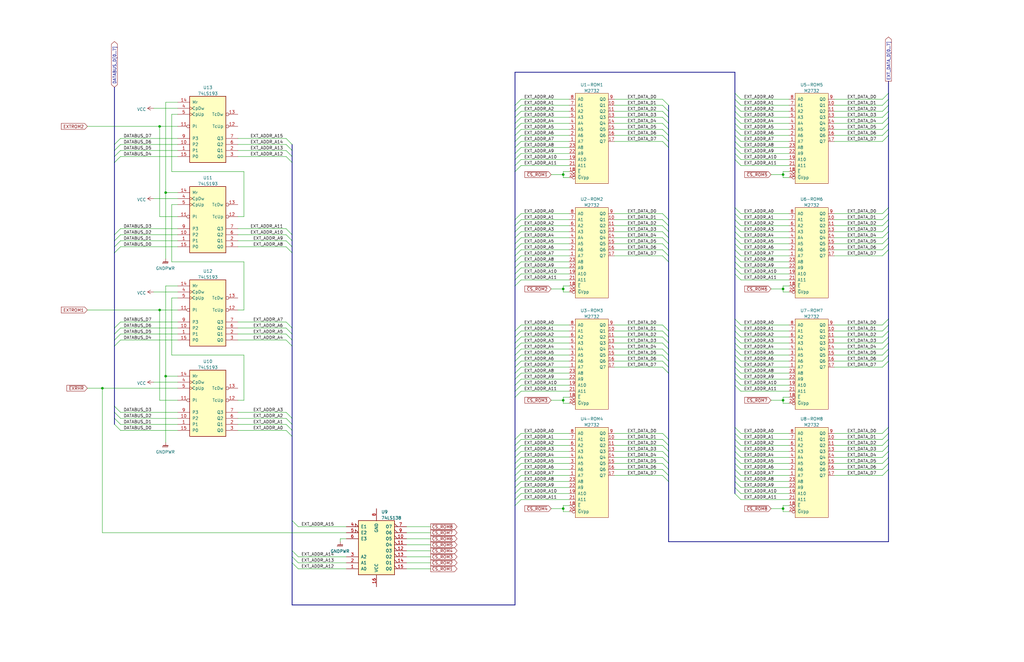
<source format=kicad_sch>
(kicad_sch (version 20230121) (generator eeschema)
  (paper "B")
  (title_block (title "TAITO SYSTEM SJ") (company "ANTON GALE"))
  (junction (at 43.18 163.83))
  (junction (at 237.49 73.66))
  (junction (at 69.85 158.75))
  (junction (at 67.31 130.81))
  (junction (at 330.2 121.92))
  (junction (at 67.31 53.34))
  (junction (at 330.2 73.66))
  (junction (at 237.49 168.91))
  (junction (at 237.49 214.63))
  (junction (at 330.2 168.91))
  (junction (at 237.49 121.92))
  (junction (at 69.85 81.28))
  (junction (at 330.2 214.63))
  (bus_entry (at 372.11 182.88) (size 2.54 -2.54))
  (bus_entry (at 372.11 92.71) (size 2.54 -2.54))
  (bus_entry (at 279.4 185.42) (size 2.54 2.54))
  (bus_entry (at 312.42 46.99) (size -2.54 -2.54))
  (bus_entry (at 50.8 176.53) (size -2.54 -2.54))
  (bus_entry (at 50.8 63.5) (size -2.54 2.54))
  (bus_entry (at 219.71 97.79) (size -2.54 2.54))
  (bus_entry (at 120.65 135.89) (size 2.54 2.54))
  (bus_entry (at 372.11 154.94) (size 2.54 -2.54))
  (bus_entry (at 372.11 95.25) (size 2.54 -2.54))
  (bus_entry (at 279.4 137.16) (size 2.54 2.54))
  (bus_entry (at 279.4 102.87) (size 2.54 2.54))
  (bus_entry (at 219.71 44.45) (size -2.54 2.54))
  (bus_entry (at 219.71 187.96) (size -2.54 2.54))
  (bus_entry (at 125.73 240.03) (size -2.54 -2.54))
  (bus_entry (at 50.8 101.6) (size -2.54 2.54))
  (bus_entry (at 312.42 102.87) (size -2.54 -2.54))
  (bus_entry (at 279.4 200.66) (size 2.54 2.54))
  (bus_entry (at 219.71 165.1) (size -2.54 2.54))
  (bus_entry (at 312.42 115.57) (size -2.54 -2.54))
  (bus_entry (at 312.42 52.07) (size -2.54 -2.54))
  (bus_entry (at 279.4 105.41) (size 2.54 2.54))
  (bus_entry (at 120.65 63.5) (size 2.54 2.54))
  (bus_entry (at 219.71 182.88) (size -2.54 2.54))
  (bus_entry (at 312.42 144.78) (size -2.54 -2.54))
  (bus_entry (at 219.71 113.03) (size -2.54 2.54))
  (bus_entry (at 50.8 99.06) (size -2.54 2.54))
  (bus_entry (at 279.4 193.04) (size 2.54 2.54))
  (bus_entry (at 312.42 113.03) (size -2.54 -2.54))
  (bus_entry (at 372.11 187.96) (size 2.54 -2.54))
  (bus_entry (at 120.65 181.61) (size 2.54 2.54))
  (bus_entry (at 312.42 69.85) (size -2.54 -2.54))
  (bus_entry (at 120.65 101.6) (size 2.54 2.54))
  (bus_entry (at 312.42 41.91) (size -2.54 -2.54))
  (bus_entry (at 312.42 67.31) (size -2.54 -2.54))
  (bus_entry (at 279.4 139.7) (size 2.54 2.54))
  (bus_entry (at 372.11 90.17) (size 2.54 -2.54))
  (bus_entry (at 50.8 58.42) (size -2.54 2.54))
  (bus_entry (at 312.42 49.53) (size -2.54 -2.54))
  (bus_entry (at 312.42 110.49) (size -2.54 -2.54))
  (bus_entry (at 50.8 138.43) (size -2.54 2.54))
  (bus_entry (at 312.42 210.82) (size -2.54 -2.54))
  (bus_entry (at 312.42 149.86) (size -2.54 -2.54))
  (bus_entry (at 312.42 154.94) (size -2.54 -2.54))
  (bus_entry (at 279.4 154.94) (size 2.54 2.54))
  (bus_entry (at 372.11 41.91) (size 2.54 -2.54))
  (bus_entry (at 219.71 139.7) (size -2.54 2.54))
  (bus_entry (at 219.71 157.48) (size -2.54 2.54))
  (bus_entry (at 312.42 137.16) (size -2.54 -2.54))
  (bus_entry (at 50.8 140.97) (size -2.54 2.54))
  (bus_entry (at 372.11 198.12) (size 2.54 -2.54))
  (bus_entry (at 312.42 200.66) (size -2.54 -2.54))
  (bus_entry (at 219.71 195.58) (size -2.54 2.54))
  (bus_entry (at 312.42 92.71) (size -2.54 -2.54))
  (bus_entry (at 312.42 95.25) (size -2.54 -2.54))
  (bus_entry (at 372.11 59.69) (size 2.54 -2.54))
  (bus_entry (at 372.11 52.07) (size 2.54 -2.54))
  (bus_entry (at 312.42 139.7) (size -2.54 -2.54))
  (bus_entry (at 219.71 62.23) (size -2.54 2.54))
  (bus_entry (at 219.71 105.41) (size -2.54 2.54))
  (bus_entry (at 279.4 147.32) (size 2.54 2.54))
  (bus_entry (at 312.42 193.04) (size -2.54 -2.54))
  (bus_entry (at 279.4 59.69) (size 2.54 2.54))
  (bus_entry (at 50.8 60.96) (size -2.54 2.54))
  (bus_entry (at 50.8 143.51) (size -2.54 2.54))
  (bus_entry (at 372.11 100.33) (size 2.54 -2.54))
  (bus_entry (at 312.42 190.5) (size -2.54 -2.54))
  (bus_entry (at 219.71 210.82) (size -2.54 2.54))
  (bus_entry (at 312.42 165.1) (size -2.54 -2.54))
  (bus_entry (at 372.11 142.24) (size 2.54 -2.54))
  (bus_entry (at 219.71 110.49) (size -2.54 2.54))
  (bus_entry (at 219.71 49.53) (size -2.54 2.54))
  (bus_entry (at 312.42 208.28) (size -2.54 -2.54))
  (bus_entry (at 312.42 187.96) (size -2.54 -2.54))
  (bus_entry (at 372.11 190.5) (size 2.54 -2.54))
  (bus_entry (at 50.8 173.99) (size -2.54 -2.54))
  (bus_entry (at 120.65 104.14) (size 2.54 2.54))
  (bus_entry (at 372.11 149.86) (size 2.54 -2.54))
  (bus_entry (at 120.65 140.97) (size 2.54 2.54))
  (bus_entry (at 372.11 57.15) (size 2.54 -2.54))
  (bus_entry (at 279.4 152.4) (size 2.54 2.54))
  (bus_entry (at 372.11 144.78) (size 2.54 -2.54))
  (bus_entry (at 312.42 107.95) (size -2.54 -2.54))
  (bus_entry (at 120.65 138.43) (size 2.54 2.54))
  (bus_entry (at 125.73 234.95) (size -2.54 -2.54))
  (bus_entry (at 372.11 107.95) (size 2.54 -2.54))
  (bus_entry (at 312.42 162.56) (size -2.54 -2.54))
  (bus_entry (at 312.42 195.58) (size -2.54 -2.54))
  (bus_entry (at 312.42 62.23) (size -2.54 -2.54))
  (bus_entry (at 279.4 149.86) (size 2.54 2.54))
  (bus_entry (at 312.42 57.15) (size -2.54 -2.54))
  (bus_entry (at 120.65 58.42) (size 2.54 2.54))
  (bus_entry (at 312.42 100.33) (size -2.54 -2.54))
  (bus_entry (at 219.71 107.95) (size -2.54 2.54))
  (bus_entry (at 372.11 195.58) (size 2.54 -2.54))
  (bus_entry (at 219.71 144.78) (size -2.54 2.54))
  (bus_entry (at 279.4 49.53) (size 2.54 2.54))
  (bus_entry (at 219.71 160.02) (size -2.54 2.54))
  (bus_entry (at 279.4 190.5) (size 2.54 2.54))
  (bus_entry (at 219.71 185.42) (size -2.54 2.54))
  (bus_entry (at 312.42 147.32) (size -2.54 -2.54))
  (bus_entry (at 120.65 179.07) (size 2.54 2.54))
  (bus_entry (at 219.71 95.25) (size -2.54 2.54))
  (bus_entry (at 219.71 203.2) (size -2.54 2.54))
  (bus_entry (at 279.4 100.33) (size 2.54 2.54))
  (bus_entry (at 120.65 176.53) (size 2.54 2.54))
  (bus_entry (at 372.11 185.42) (size 2.54 -2.54))
  (bus_entry (at 312.42 205.74) (size -2.54 -2.54))
  (bus_entry (at 312.42 105.41) (size -2.54 -2.54))
  (bus_entry (at 219.71 100.33) (size -2.54 2.54))
  (bus_entry (at 279.4 52.07) (size 2.54 2.54))
  (bus_entry (at 279.4 187.96) (size 2.54 2.54))
  (bus_entry (at 219.71 115.57) (size -2.54 2.54))
  (bus_entry (at 279.4 97.79) (size 2.54 2.54))
  (bus_entry (at 372.11 200.66) (size 2.54 -2.54))
  (bus_entry (at 372.11 44.45) (size 2.54 -2.54))
  (bus_entry (at 312.42 198.12) (size -2.54 -2.54))
  (bus_entry (at 219.71 198.12) (size -2.54 2.54))
  (bus_entry (at 120.65 96.52) (size 2.54 2.54))
  (bus_entry (at 372.11 49.53) (size 2.54 -2.54))
  (bus_entry (at 312.42 152.4) (size -2.54 -2.54))
  (bus_entry (at 219.71 193.04) (size -2.54 2.54))
  (bus_entry (at 312.42 90.17) (size -2.54 -2.54))
  (bus_entry (at 120.65 99.06) (size 2.54 2.54))
  (bus_entry (at 279.4 195.58) (size 2.54 2.54))
  (bus_entry (at 219.71 118.11) (size -2.54 2.54))
  (bus_entry (at 219.71 205.74) (size -2.54 2.54))
  (bus_entry (at 372.11 97.79) (size 2.54 -2.54))
  (bus_entry (at 312.42 157.48) (size -2.54 -2.54))
  (bus_entry (at 120.65 66.04) (size 2.54 2.54))
  (bus_entry (at 50.8 135.89) (size -2.54 2.54))
  (bus_entry (at 279.4 198.12) (size 2.54 2.54))
  (bus_entry (at 312.42 97.79) (size -2.54 -2.54))
  (bus_entry (at 219.71 200.66) (size -2.54 2.54))
  (bus_entry (at 50.8 179.07) (size -2.54 -2.54))
  (bus_entry (at 120.65 173.99) (size 2.54 2.54))
  (bus_entry (at 279.4 144.78) (size 2.54 2.54))
  (bus_entry (at 279.4 95.25) (size 2.54 2.54))
  (bus_entry (at 219.71 46.99) (size -2.54 2.54))
  (bus_entry (at 312.42 59.69) (size -2.54 -2.54))
  (bus_entry (at 372.11 105.41) (size 2.54 -2.54))
  (bus_entry (at 50.8 66.04) (size -2.54 2.54))
  (bus_entry (at 219.71 52.07) (size -2.54 2.54))
  (bus_entry (at 219.71 154.94) (size -2.54 2.54))
  (bus_entry (at 372.11 152.4) (size 2.54 -2.54))
  (bus_entry (at 219.71 90.17) (size -2.54 2.54))
  (bus_entry (at 219.71 190.5) (size -2.54 2.54))
  (bus_entry (at 50.8 96.52) (size -2.54 2.54))
  (bus_entry (at 219.71 102.87) (size -2.54 2.54))
  (bus_entry (at 219.71 54.61) (size -2.54 2.54))
  (bus_entry (at 219.71 147.32) (size -2.54 2.54))
  (bus_entry (at 279.4 182.88) (size 2.54 2.54))
  (bus_entry (at 279.4 57.15) (size 2.54 2.54))
  (bus_entry (at 312.42 203.2) (size -2.54 -2.54))
  (bus_entry (at 219.71 152.4) (size -2.54 2.54))
  (bus_entry (at 125.73 237.49) (size -2.54 -2.54))
  (bus_entry (at 50.8 181.61) (size -2.54 -2.54))
  (bus_entry (at 312.42 44.45) (size -2.54 -2.54))
  (bus_entry (at 219.71 149.86) (size -2.54 2.54))
  (bus_entry (at 312.42 160.02) (size -2.54 -2.54))
  (bus_entry (at 279.4 54.61) (size 2.54 2.54))
  (bus_entry (at 372.11 46.99) (size 2.54 -2.54))
  (bus_entry (at 279.4 142.24) (size 2.54 2.54))
  (bus_entry (at 312.42 142.24) (size -2.54 -2.54))
  (bus_entry (at 312.42 182.88) (size -2.54 -2.54))
  (bus_entry (at 279.4 107.95) (size 2.54 2.54))
  (bus_entry (at 372.11 139.7) (size 2.54 -2.54))
  (bus_entry (at 120.65 143.51) (size 2.54 2.54))
  (bus_entry (at 219.71 69.85) (size -2.54 2.54))
  (bus_entry (at 50.8 104.14) (size -2.54 2.54))
  (bus_entry (at 312.42 185.42) (size -2.54 -2.54))
  (bus_entry (at 279.4 44.45) (size 2.54 2.54))
  (bus_entry (at 219.71 64.77) (size -2.54 2.54))
  (bus_entry (at 279.4 41.91) (size 2.54 2.54))
  (bus_entry (at 279.4 90.17) (size 2.54 2.54))
  (bus_entry (at 372.11 137.16) (size 2.54 -2.54))
  (bus_entry (at 219.71 142.24) (size -2.54 2.54))
  (bus_entry (at 120.65 60.96) (size 2.54 2.54))
  (bus_entry (at 312.42 54.61) (size -2.54 -2.54))
  (bus_entry (at 219.71 57.15) (size -2.54 2.54))
  (bus_entry (at 279.4 92.71) (size 2.54 2.54))
  (bus_entry (at 219.71 92.71) (size -2.54 2.54))
  (bus_entry (at 279.4 46.99) (size 2.54 2.54))
  (bus_entry (at 372.11 102.87) (size 2.54 -2.54))
  (bus_entry (at 372.11 193.04) (size 2.54 -2.54))
  (bus_entry (at 125.73 222.25) (size -2.54 -2.54))
  (bus_entry (at 372.11 54.61) (size 2.54 -2.54))
  (bus_entry (at 219.71 208.28) (size -2.54 2.54))
  (bus_entry (at 372.11 147.32) (size 2.54 -2.54))
  (bus_entry (at 219.71 67.31) (size -2.54 2.54))
  (bus_entry (at 219.71 137.16) (size -2.54 2.54))
  (bus_entry (at 219.71 41.91) (size -2.54 2.54))
  (bus_entry (at 219.71 162.56) (size -2.54 2.54))
  (bus_entry (at 219.71 59.69) (size -2.54 2.54))
  (bus_entry (at 312.42 118.11) (size -2.54 -2.54))
  (bus_entry (at 312.42 64.77) (size -2.54 -2.54))
  (bus (pts (xy 217.17 208.28) (xy 217.17 210.82)))
  (wire (pts (xy 372.11 139.7) (xy 351.79 139.7)))
  (wire (pts (xy 237.49 74.93) (xy 240.03 74.93)))
  (bus (pts (xy 281.94 49.53) (xy 281.94 52.07)))
  (bus (pts (xy 48.26 104.14) (xy 48.26 106.68)))
  (bus (pts (xy 309.88 110.49) (xy 309.88 107.95)))
  (bus (pts (xy 217.17 64.77) (xy 217.17 67.31)))
  (wire (pts (xy 312.42 105.41) (xy 332.74 105.41)))
  (bus (pts (xy 123.19 143.51) (xy 123.19 146.05)))
  (wire (pts (xy 237.49 214.63) (xy 237.49 215.9)))
  (wire (pts (xy 219.71 144.78) (xy 240.03 144.78)))
  (wire (pts (xy 312.42 62.23) (xy 332.74 62.23)))
  (bus (pts (xy 281.94 154.94) (xy 281.94 157.48)))
  (bus (pts (xy 374.65 105.41) (xy 374.65 134.62)))
  (wire (pts (xy 312.42 115.57) (xy 332.74 115.57)))
  (bus (pts (xy 309.88 157.48) (xy 309.88 154.94)))
  (bus (pts (xy 217.17 190.5) (xy 217.17 193.04)))
  (wire (pts (xy 330.2 214.63) (xy 330.2 215.9)))
  (bus (pts (xy 309.88 102.87) (xy 309.88 100.33)))
  (wire (pts (xy 120.65 104.14) (xy 100.33 104.14)))
  (bus (pts (xy 217.17 195.58) (xy 217.17 198.12)))
  (wire (pts (xy 219.71 152.4) (xy 240.03 152.4)))
  (wire (pts (xy 67.31 130.81) (xy 74.93 130.81)))
  (wire (pts (xy 219.71 64.77) (xy 240.03 64.77)))
  (wire (pts (xy 50.8 104.14) (xy 74.93 104.14)))
  (wire (pts (xy 219.71 142.24) (xy 240.03 142.24)))
  (bus (pts (xy 374.65 95.25) (xy 374.65 97.79)))
  (bus (pts (xy 309.88 41.91) (xy 309.88 39.37)))
  (wire (pts (xy 232.41 73.66) (xy 237.49 73.66)))
  (wire (pts (xy 372.11 149.86) (xy 351.79 149.86)))
  (bus (pts (xy 374.65 185.42) (xy 374.65 182.88)))
  (wire (pts (xy 279.4 154.94) (xy 259.08 154.94)))
  (bus (pts (xy 123.19 68.58) (xy 123.19 99.06)))
  (wire (pts (xy 50.8 66.04) (xy 74.93 66.04)))
  (wire (pts (xy 219.71 118.11) (xy 240.03 118.11)))
  (wire (pts (xy 219.71 190.5) (xy 240.03 190.5)))
  (bus (pts (xy 309.88 152.4) (xy 309.88 149.86)))
  (wire (pts (xy 237.49 72.39) (xy 237.49 73.66)))
  (wire (pts (xy 219.71 165.1) (xy 240.03 165.1)))
  (bus (pts (xy 281.94 144.78) (xy 281.94 147.32)))
  (bus (pts (xy 374.65 52.07) (xy 374.65 54.61)))
  (bus (pts (xy 281.94 52.07) (xy 281.94 54.61)))
  (wire (pts (xy 279.4 182.88) (xy 259.08 182.88)))
  (wire (pts (xy 312.42 44.45) (xy 332.74 44.45)))
  (wire (pts (xy 171.45 237.49) (xy 181.61 237.49)))
  (bus (pts (xy 217.17 44.45) (xy 217.17 46.99)))
  (wire (pts (xy 325.12 214.63) (xy 330.2 214.63)))
  (wire (pts (xy 312.42 69.85) (xy 332.74 69.85)))
  (wire (pts (xy 312.42 160.02) (xy 332.74 160.02)))
  (wire (pts (xy 312.42 102.87) (xy 332.74 102.87)))
  (wire (pts (xy 279.4 54.61) (xy 259.08 54.61)))
  (wire (pts (xy 50.8 58.42) (xy 74.93 58.42)))
  (bus (pts (xy 217.17 203.2) (xy 217.17 205.74)))
  (bus (pts (xy 217.17 193.04) (xy 217.17 195.58)))
  (wire (pts (xy 219.71 67.31) (xy 240.03 67.31)))
  (wire (pts (xy 312.42 182.88) (xy 332.74 182.88)))
  (bus (pts (xy 123.19 138.43) (xy 123.19 140.97)))
  (wire (pts (xy 50.8 99.06) (xy 74.93 99.06)))
  (bus (pts (xy 309.88 147.32) (xy 309.88 144.78)))
  (wire (pts (xy 219.71 97.79) (xy 240.03 97.79)))
  (bus (pts (xy 309.88 205.74) (xy 309.88 203.2)))
  (wire (pts (xy 240.03 120.65) (xy 237.49 120.65)))
  (bus (pts (xy 217.17 115.57) (xy 217.17 118.11)))
  (wire (pts (xy 69.85 43.18) (xy 69.85 81.28)))
  (bus (pts (xy 217.17 154.94) (xy 217.17 157.48)))
  (bus (pts (xy 309.88 162.56) (xy 309.88 160.02)))
  (bus (pts (xy 217.17 54.61) (xy 217.17 57.15)))
  (wire (pts (xy 67.31 53.34) (xy 74.93 53.34)))
  (bus (pts (xy 217.17 152.4) (xy 217.17 154.94)))
  (wire (pts (xy 219.71 115.57) (xy 240.03 115.57)))
  (bus (pts (xy 374.65 187.96) (xy 374.65 185.42)))
  (wire (pts (xy 50.8 63.5) (xy 74.93 63.5)))
  (wire (pts (xy 240.03 167.64) (xy 237.49 167.64)))
  (wire (pts (xy 219.71 149.86) (xy 240.03 149.86)))
  (bus (pts (xy 309.88 100.33) (xy 309.88 97.79)))
  (wire (pts (xy 219.71 205.74) (xy 240.03 205.74)))
  (bus (pts (xy 217.17 147.32) (xy 217.17 149.86)))
  (wire (pts (xy 372.11 182.88) (xy 351.79 182.88)))
  (wire (pts (xy 102.87 72.39) (xy 102.87 91.44)))
  (bus (pts (xy 374.65 34.29) (xy 374.65 39.37)))
  (wire (pts (xy 69.85 158.75) (xy 74.93 158.75)))
  (bus (pts (xy 217.17 110.49) (xy 217.17 113.03)))
  (wire (pts (xy 330.2 215.9) (xy 332.74 215.9)))
  (wire (pts (xy 102.87 168.91) (xy 100.33 168.91)))
  (wire (pts (xy 219.71 200.66) (xy 240.03 200.66)))
  (wire (pts (xy 237.49 215.9) (xy 240.03 215.9)))
  (bus (pts (xy 309.88 62.23) (xy 309.88 59.69)))
  (wire (pts (xy 372.11 59.69) (xy 351.79 59.69)))
  (bus (pts (xy 281.94 185.42) (xy 281.94 187.96)))
  (bus (pts (xy 309.88 59.69) (xy 309.88 57.15)))
  (bus (pts (xy 217.17 210.82) (xy 217.17 213.36)))
  (bus (pts (xy 309.88 95.25) (xy 309.88 92.71)))
  (wire (pts (xy 312.42 118.11) (xy 332.74 118.11)))
  (bus (pts (xy 309.88 208.28) (xy 309.88 205.74)))
  (bus (pts (xy 281.94 152.4) (xy 281.94 154.94)))
  (wire (pts (xy 64.77 123.19) (xy 74.93 123.19)))
  (bus (pts (xy 48.26 63.5) (xy 48.26 66.04)))
  (bus (pts (xy 123.19 146.05) (xy 123.19 176.53)))
  (wire (pts (xy 219.71 46.99) (xy 240.03 46.99)))
  (wire (pts (xy 312.42 208.28) (xy 332.74 208.28)))
  (bus (pts (xy 309.88 190.5) (xy 309.88 187.96)))
  (wire (pts (xy 372.11 190.5) (xy 351.79 190.5)))
  (wire (pts (xy 279.4 190.5) (xy 259.08 190.5)))
  (wire (pts (xy 232.41 214.63) (xy 237.49 214.63)))
  (wire (pts (xy 219.71 102.87) (xy 240.03 102.87)))
  (wire (pts (xy 372.11 152.4) (xy 351.79 152.4)))
  (bus (pts (xy 281.94 228.6) (xy 374.65 228.6)))
  (bus (pts (xy 281.94 102.87) (xy 281.94 105.41)))
  (wire (pts (xy 312.42 46.99) (xy 332.74 46.99)))
  (bus (pts (xy 309.88 30.48) (xy 309.88 39.37)))
  (wire (pts (xy 64.77 83.82) (xy 74.93 83.82)))
  (wire (pts (xy 125.73 237.49) (xy 146.05 237.49)))
  (wire (pts (xy 219.71 182.88) (xy 240.03 182.88)))
  (wire (pts (xy 279.4 102.87) (xy 259.08 102.87)))
  (wire (pts (xy 219.71 147.32) (xy 240.03 147.32)))
  (wire (pts (xy 372.11 57.15) (xy 351.79 57.15)))
  (bus (pts (xy 123.19 255.27) (xy 123.19 237.49)))
  (wire (pts (xy 279.4 107.95) (xy 259.08 107.95)))
  (wire (pts (xy 372.11 52.07) (xy 351.79 52.07)))
  (wire (pts (xy 312.42 107.95) (xy 332.74 107.95)))
  (bus (pts (xy 123.19 232.41) (xy 123.19 234.95)))
  (wire (pts (xy 146.05 227.33) (xy 143.51 227.33)))
  (wire (pts (xy 312.42 205.74) (xy 332.74 205.74)))
  (wire (pts (xy 279.4 49.53) (xy 259.08 49.53)))
  (wire (pts (xy 279.4 41.91) (xy 259.08 41.91)))
  (wire (pts (xy 143.51 227.33) (xy 143.51 228.6)))
  (wire (pts (xy 237.49 213.36) (xy 237.49 214.63)))
  (bus (pts (xy 217.17 118.11) (xy 217.17 120.65)))
  (wire (pts (xy 240.03 72.39) (xy 237.49 72.39)))
  (wire (pts (xy 120.65 173.99) (xy 100.33 173.99)))
  (bus (pts (xy 374.65 100.33) (xy 374.65 102.87)))
  (bus (pts (xy 217.17 120.65) (xy 217.17 139.7)))
  (wire (pts (xy 120.65 179.07) (xy 100.33 179.07)))
  (bus (pts (xy 217.17 144.78) (xy 217.17 147.32)))
  (wire (pts (xy 330.2 213.36) (xy 330.2 214.63)))
  (bus (pts (xy 309.88 200.66) (xy 309.88 198.12)))
  (wire (pts (xy 279.4 152.4) (xy 259.08 152.4)))
  (wire (pts (xy 332.74 167.64) (xy 330.2 167.64)))
  (wire (pts (xy 50.8 143.51) (xy 74.93 143.51)))
  (wire (pts (xy 312.42 110.49) (xy 332.74 110.49)))
  (wire (pts (xy 36.83 163.83) (xy 43.18 163.83)))
  (wire (pts (xy 50.8 96.52) (xy 74.93 96.52)))
  (wire (pts (xy 125.73 240.03) (xy 146.05 240.03)))
  (wire (pts (xy 312.42 139.7) (xy 332.74 139.7)))
  (bus (pts (xy 374.65 39.37) (xy 374.65 41.91)))
  (wire (pts (xy 102.87 110.49) (xy 102.87 130.81)))
  (bus (pts (xy 374.65 87.63) (xy 374.65 90.17)))
  (wire (pts (xy 74.93 86.36) (xy 72.39 86.36)))
  (bus (pts (xy 123.19 255.27) (xy 217.17 255.27)))
  (wire (pts (xy 72.39 125.73) (xy 72.39 149.86)))
  (wire (pts (xy 219.71 157.48) (xy 240.03 157.48)))
  (wire (pts (xy 372.11 144.78) (xy 351.79 144.78)))
  (wire (pts (xy 372.11 147.32) (xy 351.79 147.32)))
  (bus (pts (xy 281.94 97.79) (xy 281.94 100.33)))
  (wire (pts (xy 219.71 208.28) (xy 240.03 208.28)))
  (bus (pts (xy 281.94 200.66) (xy 281.94 203.2)))
  (wire (pts (xy 171.45 222.25) (xy 181.61 222.25)))
  (wire (pts (xy 74.93 43.18) (xy 69.85 43.18)))
  (bus (pts (xy 48.26 66.04) (xy 48.26 68.58)))
  (wire (pts (xy 171.45 227.33) (xy 181.61 227.33)))
  (bus (pts (xy 281.94 59.69) (xy 281.94 62.23)))
  (bus (pts (xy 217.17 167.64) (xy 217.17 185.42)))
  (wire (pts (xy 312.42 203.2) (xy 332.74 203.2)))
  (wire (pts (xy 279.4 44.45) (xy 259.08 44.45)))
  (bus (pts (xy 374.65 90.17) (xy 374.65 92.71)))
  (bus (pts (xy 281.94 107.95) (xy 281.94 110.49)))
  (wire (pts (xy 72.39 110.49) (xy 102.87 110.49)))
  (wire (pts (xy 146.05 224.79) (xy 43.18 224.79)))
  (wire (pts (xy 325.12 121.92) (xy 330.2 121.92)))
  (wire (pts (xy 279.4 185.42) (xy 259.08 185.42)))
  (bus (pts (xy 281.94 142.24) (xy 281.94 144.78)))
  (wire (pts (xy 330.2 72.39) (xy 330.2 73.66)))
  (bus (pts (xy 48.26 106.68) (xy 48.26 138.43)))
  (wire (pts (xy 279.4 137.16) (xy 259.08 137.16)))
  (wire (pts (xy 372.11 198.12) (xy 351.79 198.12)))
  (wire (pts (xy 69.85 186.69) (xy 69.85 158.75)))
  (bus (pts (xy 309.88 57.15) (xy 309.88 54.61)))
  (wire (pts (xy 312.42 90.17) (xy 332.74 90.17)))
  (wire (pts (xy 312.42 95.25) (xy 332.74 95.25)))
  (wire (pts (xy 279.4 90.17) (xy 259.08 90.17)))
  (bus (pts (xy 48.26 99.06) (xy 48.26 101.6)))
  (wire (pts (xy 120.65 60.96) (xy 100.33 60.96)))
  (wire (pts (xy 219.71 198.12) (xy 240.03 198.12)))
  (bus (pts (xy 309.88 154.94) (xy 309.88 152.4)))
  (wire (pts (xy 372.11 142.24) (xy 351.79 142.24)))
  (bus (pts (xy 374.65 149.86) (xy 374.65 147.32)))
  (bus (pts (xy 217.17 160.02) (xy 217.17 162.56)))
  (wire (pts (xy 102.87 130.81) (xy 100.33 130.81)))
  (bus (pts (xy 309.88 193.04) (xy 309.88 190.5)))
  (wire (pts (xy 219.71 203.2) (xy 240.03 203.2)))
  (bus (pts (xy 217.17 185.42) (xy 217.17 187.96)))
  (wire (pts (xy 372.11 90.17) (xy 351.79 90.17)))
  (wire (pts (xy 50.8 60.96) (xy 74.93 60.96)))
  (bus (pts (xy 123.19 60.96) (xy 123.19 63.5)))
  (wire (pts (xy 219.71 52.07) (xy 240.03 52.07)))
  (wire (pts (xy 312.42 165.1) (xy 332.74 165.1)))
  (bus (pts (xy 281.94 187.96) (xy 281.94 190.5)))
  (wire (pts (xy 312.42 113.03) (xy 332.74 113.03)))
  (bus (pts (xy 217.17 57.15) (xy 217.17 59.69)))
  (wire (pts (xy 279.4 193.04) (xy 259.08 193.04)))
  (wire (pts (xy 279.4 46.99) (xy 259.08 46.99)))
  (bus (pts (xy 309.88 105.41) (xy 309.88 102.87)))
  (wire (pts (xy 279.4 105.41) (xy 259.08 105.41)))
  (wire (pts (xy 330.2 73.66) (xy 330.2 74.93)))
  (wire (pts (xy 219.71 44.45) (xy 240.03 44.45)))
  (wire (pts (xy 279.4 187.96) (xy 259.08 187.96)))
  (bus (pts (xy 374.65 139.7) (xy 374.65 137.16)))
  (wire (pts (xy 312.42 54.61) (xy 332.74 54.61)))
  (wire (pts (xy 232.41 121.92) (xy 237.49 121.92)))
  (wire (pts (xy 279.4 147.32) (xy 259.08 147.32)))
  (bus (pts (xy 309.88 52.07) (xy 309.88 49.53)))
  (bus (pts (xy 48.26 176.53) (xy 48.26 173.99)))
  (wire (pts (xy 102.87 149.86) (xy 102.87 168.91)))
  (bus (pts (xy 374.65 190.5) (xy 374.65 187.96)))
  (wire (pts (xy 312.42 152.4) (xy 332.74 152.4)))
  (bus (pts (xy 281.94 92.71) (xy 281.94 95.25)))
  (wire (pts (xy 102.87 91.44) (xy 100.33 91.44)))
  (wire (pts (xy 372.11 95.25) (xy 351.79 95.25)))
  (wire (pts (xy 120.65 135.89) (xy 100.33 135.89)))
  (wire (pts (xy 372.11 46.99) (xy 351.79 46.99)))
  (bus (pts (xy 217.17 52.07) (xy 217.17 54.61)))
  (bus (pts (xy 374.65 142.24) (xy 374.65 139.7)))
  (bus (pts (xy 309.88 107.95) (xy 309.88 105.41)))
  (bus (pts (xy 281.94 105.41) (xy 281.94 107.95)))
  (bus (pts (xy 123.19 219.71) (xy 123.19 232.41)))
  (wire (pts (xy 372.11 137.16) (xy 351.79 137.16)))
  (wire (pts (xy 279.4 100.33) (xy 259.08 100.33)))
  (bus (pts (xy 374.65 147.32) (xy 374.65 144.78)))
  (bus (pts (xy 217.17 205.74) (xy 217.17 208.28)))
  (wire (pts (xy 372.11 54.61) (xy 351.79 54.61)))
  (bus (pts (xy 123.19 181.61) (xy 123.19 184.15)))
  (bus (pts (xy 281.94 54.61) (xy 281.94 57.15)))
  (wire (pts (xy 50.8 138.43) (xy 74.93 138.43)))
  (wire (pts (xy 372.11 193.04) (xy 351.79 193.04)))
  (wire (pts (xy 219.71 54.61) (xy 240.03 54.61)))
  (wire (pts (xy 372.11 105.41) (xy 351.79 105.41)))
  (wire (pts (xy 330.2 121.92) (xy 330.2 123.19)))
  (bus (pts (xy 123.19 176.53) (xy 123.19 179.07)))
  (bus (pts (xy 309.88 113.03) (xy 309.88 110.49)))
  (bus (pts (xy 374.65 57.15) (xy 374.65 87.63)))
  (bus (pts (xy 281.94 44.45) (xy 281.94 46.99)))
  (wire (pts (xy 43.18 163.83) (xy 43.18 224.79)))
  (bus (pts (xy 281.94 157.48) (xy 281.94 185.42)))
  (wire (pts (xy 312.42 67.31) (xy 332.74 67.31)))
  (bus (pts (xy 309.88 185.42) (xy 309.88 182.88)))
  (wire (pts (xy 325.12 73.66) (xy 330.2 73.66)))
  (bus (pts (xy 217.17 69.85) (xy 217.17 72.39)))
  (bus (pts (xy 309.88 115.57) (xy 309.88 134.62)))
  (wire (pts (xy 332.74 120.65) (xy 330.2 120.65)))
  (bus (pts (xy 374.65 49.53) (xy 374.65 52.07)))
  (wire (pts (xy 69.85 109.22) (xy 69.85 81.28)))
  (wire (pts (xy 219.71 139.7) (xy 240.03 139.7)))
  (bus (pts (xy 217.17 165.1) (xy 217.17 167.64)))
  (wire (pts (xy 279.4 59.69) (xy 259.08 59.69)))
  (bus (pts (xy 217.17 95.25) (xy 217.17 97.79)))
  (wire (pts (xy 372.11 100.33) (xy 351.79 100.33)))
  (wire (pts (xy 232.41 168.91) (xy 237.49 168.91)))
  (bus (pts (xy 123.19 140.97) (xy 123.19 143.51)))
  (wire (pts (xy 171.45 229.87) (xy 181.61 229.87)))
  (bus (pts (xy 217.17 67.31) (xy 217.17 69.85)))
  (wire (pts (xy 74.93 91.44) (xy 67.31 91.44)))
  (wire (pts (xy 312.42 198.12) (xy 332.74 198.12)))
  (bus (pts (xy 374.65 46.99) (xy 374.65 49.53)))
  (bus (pts (xy 309.88 92.71) (xy 309.88 90.17)))
  (bus (pts (xy 217.17 213.36) (xy 217.17 255.27)))
  (bus (pts (xy 217.17 72.39) (xy 217.17 92.71)))
  (bus (pts (xy 48.26 173.99) (xy 48.26 171.45)))
  (wire (pts (xy 372.11 187.96) (xy 351.79 187.96)))
  (wire (pts (xy 120.65 143.51) (xy 100.33 143.51)))
  (wire (pts (xy 312.42 200.66) (xy 332.74 200.66)))
  (wire (pts (xy 312.42 52.07) (xy 332.74 52.07)))
  (wire (pts (xy 279.4 200.66) (xy 259.08 200.66)))
  (bus (pts (xy 281.94 57.15) (xy 281.94 59.69)))
  (wire (pts (xy 74.93 48.26) (xy 72.39 48.26)))
  (wire (pts (xy 372.11 195.58) (xy 351.79 195.58)))
  (wire (pts (xy 219.71 154.94) (xy 240.03 154.94)))
  (wire (pts (xy 312.42 41.91) (xy 332.74 41.91)))
  (bus (pts (xy 123.19 179.07) (xy 123.19 181.61)))
  (wire (pts (xy 36.83 130.81) (xy 67.31 130.81)))
  (wire (pts (xy 279.4 149.86) (xy 259.08 149.86)))
  (wire (pts (xy 332.74 72.39) (xy 330.2 72.39)))
  (wire (pts (xy 50.8 181.61) (xy 74.93 181.61)))
  (wire (pts (xy 237.49 168.91) (xy 237.49 170.18)))
  (wire (pts (xy 332.74 213.36) (xy 330.2 213.36)))
  (wire (pts (xy 330.2 168.91) (xy 330.2 170.18)))
  (wire (pts (xy 312.42 142.24) (xy 332.74 142.24)))
  (bus (pts (xy 217.17 97.79) (xy 217.17 100.33)))
  (wire (pts (xy 312.42 97.79) (xy 332.74 97.79)))
  (bus (pts (xy 309.88 182.88) (xy 309.88 180.34)))
  (bus (pts (xy 217.17 113.03) (xy 217.17 115.57)))
  (wire (pts (xy 69.85 120.65) (xy 69.85 158.75)))
  (wire (pts (xy 219.71 137.16) (xy 240.03 137.16)))
  (bus (pts (xy 217.17 46.99) (xy 217.17 49.53)))
  (wire (pts (xy 312.42 185.42) (xy 332.74 185.42)))
  (wire (pts (xy 120.65 58.42) (xy 100.33 58.42)))
  (bus (pts (xy 374.65 182.88) (xy 374.65 180.34)))
  (bus (pts (xy 217.17 92.71) (xy 217.17 95.25)))
  (wire (pts (xy 219.71 113.03) (xy 240.03 113.03)))
  (wire (pts (xy 219.71 100.33) (xy 240.03 100.33)))
  (bus (pts (xy 217.17 142.24) (xy 217.17 144.78)))
  (bus (pts (xy 309.88 142.24) (xy 309.88 139.7)))
  (bus (pts (xy 374.65 41.91) (xy 374.65 44.45)))
  (wire (pts (xy 72.39 149.86) (xy 102.87 149.86)))
  (wire (pts (xy 312.42 100.33) (xy 332.74 100.33)))
  (wire (pts (xy 120.65 96.52) (xy 100.33 96.52)))
  (bus (pts (xy 123.19 234.95) (xy 123.19 237.49)))
  (wire (pts (xy 219.71 195.58) (xy 240.03 195.58)))
  (wire (pts (xy 50.8 140.97) (xy 74.93 140.97)))
  (bus (pts (xy 48.26 36.83) (xy 48.26 60.96)))
  (bus (pts (xy 309.88 41.91) (xy 309.88 44.45)))
  (wire (pts (xy 219.71 62.23) (xy 240.03 62.23)))
  (bus (pts (xy 48.26 101.6) (xy 48.26 104.14)))
  (wire (pts (xy 219.71 41.91) (xy 240.03 41.91)))
  (bus (pts (xy 217.17 59.69) (xy 217.17 62.23)))
  (wire (pts (xy 372.11 102.87) (xy 351.79 102.87)))
  (bus (pts (xy 281.94 46.99) (xy 281.94 49.53)))
  (bus (pts (xy 374.65 137.16) (xy 374.65 134.62)))
  (bus (pts (xy 217.17 30.48) (xy 309.88 30.48)))
  (bus (pts (xy 374.65 193.04) (xy 374.65 190.5)))
  (wire (pts (xy 312.42 49.53) (xy 332.74 49.53)))
  (wire (pts (xy 237.49 73.66) (xy 237.49 74.93)))
  (bus (pts (xy 281.94 139.7) (xy 281.94 142.24)))
  (wire (pts (xy 240.03 213.36) (xy 237.49 213.36)))
  (wire (pts (xy 312.42 149.86) (xy 332.74 149.86)))
  (bus (pts (xy 123.19 99.06) (xy 123.19 101.6)))
  (bus (pts (xy 374.65 152.4) (xy 374.65 149.86)))
  (wire (pts (xy 330.2 120.65) (xy 330.2 121.92)))
  (bus (pts (xy 309.88 54.61) (xy 309.88 52.07)))
  (wire (pts (xy 120.65 140.97) (xy 100.33 140.97)))
  (bus (pts (xy 48.26 143.51) (xy 48.26 146.05)))
  (wire (pts (xy 120.65 138.43) (xy 100.33 138.43)))
  (wire (pts (xy 120.65 99.06) (xy 100.33 99.06)))
  (bus (pts (xy 309.88 187.96) (xy 309.88 185.42)))
  (bus (pts (xy 217.17 198.12) (xy 217.17 200.66)))
  (bus (pts (xy 309.88 160.02) (xy 309.88 157.48)))
  (bus (pts (xy 309.88 46.99) (xy 309.88 44.45)))
  (bus (pts (xy 123.19 63.5) (xy 123.19 66.04)))
  (wire (pts (xy 372.11 44.45) (xy 351.79 44.45)))
  (bus (pts (xy 217.17 30.48) (xy 217.17 44.45)))
  (bus (pts (xy 309.88 137.16) (xy 309.88 134.62)))
  (wire (pts (xy 219.71 49.53) (xy 240.03 49.53)))
  (wire (pts (xy 120.65 181.61) (xy 100.33 181.61)))
  (wire (pts (xy 72.39 48.26) (xy 72.39 72.39)))
  (wire (pts (xy 171.45 232.41) (xy 181.61 232.41)))
  (bus (pts (xy 281.94 62.23) (xy 281.94 92.71)))
  (bus (pts (xy 217.17 49.53) (xy 217.17 52.07)))
  (bus (pts (xy 281.94 110.49) (xy 281.94 139.7)))
  (wire (pts (xy 237.49 170.18) (xy 240.03 170.18)))
  (wire (pts (xy 312.42 59.69) (xy 332.74 59.69)))
  (wire (pts (xy 312.42 187.96) (xy 332.74 187.96)))
  (wire (pts (xy 50.8 135.89) (xy 74.93 135.89)))
  (bus (pts (xy 374.65 198.12) (xy 374.65 195.58)))
  (wire (pts (xy 219.71 59.69) (xy 240.03 59.69)))
  (wire (pts (xy 279.4 139.7) (xy 259.08 139.7)))
  (wire (pts (xy 312.42 157.48) (xy 332.74 157.48)))
  (bus (pts (xy 309.88 67.31) (xy 309.88 64.77)))
  (bus (pts (xy 374.65 144.78) (xy 374.65 142.24)))
  (wire (pts (xy 219.71 185.42) (xy 240.03 185.42)))
  (wire (pts (xy 171.45 224.79) (xy 181.61 224.79)))
  (wire (pts (xy 120.65 176.53) (xy 100.33 176.53)))
  (bus (pts (xy 281.94 203.2) (xy 281.94 228.6)))
  (bus (pts (xy 281.94 198.12) (xy 281.94 200.66)))
  (wire (pts (xy 312.42 154.94) (xy 332.74 154.94)))
  (bus (pts (xy 309.88 180.34) (xy 309.88 162.56)))
  (wire (pts (xy 69.85 81.28) (xy 74.93 81.28)))
  (wire (pts (xy 312.42 193.04) (xy 332.74 193.04)))
  (bus (pts (xy 217.17 107.95) (xy 217.17 110.49)))
  (wire (pts (xy 219.71 69.85) (xy 240.03 69.85)))
  (bus (pts (xy 374.65 198.12) (xy 374.65 228.6)))
  (wire (pts (xy 50.8 173.99) (xy 74.93 173.99)))
  (bus (pts (xy 123.19 106.68) (xy 123.19 138.43)))
  (wire (pts (xy 50.8 176.53) (xy 74.93 176.53)))
  (bus (pts (xy 123.19 66.04) (xy 123.19 68.58)))
  (wire (pts (xy 312.42 137.16) (xy 332.74 137.16)))
  (bus (pts (xy 217.17 105.41) (xy 217.17 107.95)))
  (wire (pts (xy 279.4 92.71) (xy 259.08 92.71)))
  (wire (pts (xy 219.71 193.04) (xy 240.03 193.04)))
  (wire (pts (xy 50.8 179.07) (xy 74.93 179.07)))
  (wire (pts (xy 312.42 190.5) (xy 332.74 190.5)))
  (wire (pts (xy 219.71 107.95) (xy 240.03 107.95)))
  (bus (pts (xy 48.26 179.07) (xy 48.26 176.53)))
  (bus (pts (xy 374.65 102.87) (xy 374.65 105.41)))
  (wire (pts (xy 312.42 92.71) (xy 332.74 92.71)))
  (bus (pts (xy 374.65 54.61) (xy 374.65 57.15)))
  (wire (pts (xy 312.42 210.82) (xy 332.74 210.82)))
  (wire (pts (xy 325.12 168.91) (xy 330.2 168.91)))
  (bus (pts (xy 309.88 203.2) (xy 309.88 200.66)))
  (wire (pts (xy 125.73 234.95) (xy 146.05 234.95)))
  (wire (pts (xy 219.71 162.56) (xy 240.03 162.56)))
  (bus (pts (xy 309.88 67.31) (xy 309.88 87.63)))
  (bus (pts (xy 309.88 144.78) (xy 309.88 142.24)))
  (wire (pts (xy 36.83 53.34) (xy 67.31 53.34)))
  (wire (pts (xy 372.11 107.95) (xy 351.79 107.95)))
  (bus (pts (xy 217.17 200.66) (xy 217.17 203.2)))
  (wire (pts (xy 43.18 163.83) (xy 74.93 163.83)))
  (bus (pts (xy 281.94 195.58) (xy 281.94 198.12)))
  (wire (pts (xy 219.71 92.71) (xy 240.03 92.71)))
  (bus (pts (xy 48.26 146.05) (xy 48.26 171.45)))
  (bus (pts (xy 309.88 49.53) (xy 309.88 46.99)))
  (wire (pts (xy 312.42 162.56) (xy 332.74 162.56)))
  (bus (pts (xy 281.94 100.33) (xy 281.94 102.87)))
  (bus (pts (xy 309.88 149.86) (xy 309.88 147.32)))
  (wire (pts (xy 219.71 110.49) (xy 240.03 110.49)))
  (bus (pts (xy 48.26 68.58) (xy 48.26 99.06)))
  (bus (pts (xy 48.26 140.97) (xy 48.26 143.51)))
  (wire (pts (xy 279.4 52.07) (xy 259.08 52.07)))
  (wire (pts (xy 72.39 86.36) (xy 72.39 110.49)))
  (wire (pts (xy 312.42 144.78) (xy 332.74 144.78)))
  (wire (pts (xy 372.11 154.94) (xy 351.79 154.94)))
  (wire (pts (xy 330.2 167.64) (xy 330.2 168.91)))
  (bus (pts (xy 217.17 162.56) (xy 217.17 165.1)))
  (wire (pts (xy 330.2 123.19) (xy 332.74 123.19)))
  (wire (pts (xy 237.49 167.64) (xy 237.49 168.91)))
  (bus (pts (xy 309.88 64.77) (xy 309.88 62.23)))
  (bus (pts (xy 217.17 102.87) (xy 217.17 105.41)))
  (wire (pts (xy 219.71 187.96) (xy 240.03 187.96)))
  (bus (pts (xy 309.88 139.7) (xy 309.88 137.16)))
  (bus (pts (xy 281.94 190.5) (xy 281.94 193.04)))
  (wire (pts (xy 67.31 53.34) (xy 67.31 91.44)))
  (wire (pts (xy 279.4 97.79) (xy 259.08 97.79)))
  (bus (pts (xy 48.26 138.43) (xy 48.26 140.97)))
  (wire (pts (xy 279.4 95.25) (xy 259.08 95.25)))
  (wire (pts (xy 312.42 147.32) (xy 332.74 147.32)))
  (wire (pts (xy 120.65 66.04) (xy 100.33 66.04)))
  (wire (pts (xy 125.73 222.25) (xy 146.05 222.25)))
  (wire (pts (xy 279.4 142.24) (xy 259.08 142.24)))
  (bus (pts (xy 48.26 60.96) (xy 48.26 63.5)))
  (wire (pts (xy 219.71 105.41) (xy 240.03 105.41)))
  (bus (pts (xy 374.65 92.71) (xy 374.65 95.25)))
  (bus (pts (xy 374.65 180.34) (xy 374.65 152.4)))
  (wire (pts (xy 330.2 74.93) (xy 332.74 74.93)))
  (wire (pts (xy 67.31 130.81) (xy 67.31 168.91)))
  (wire (pts (xy 279.4 144.78) (xy 259.08 144.78)))
  (bus (pts (xy 309.88 97.79) (xy 309.88 95.25)))
  (wire (pts (xy 219.71 57.15) (xy 240.03 57.15)))
  (bus (pts (xy 309.88 113.03) (xy 309.88 115.57)))
  (wire (pts (xy 372.11 92.71) (xy 351.79 92.71)))
  (bus (pts (xy 123.19 104.14) (xy 123.19 106.68)))
  (bus (pts (xy 374.65 97.79) (xy 374.65 100.33)))
  (wire (pts (xy 372.11 185.42) (xy 351.79 185.42)))
  (bus (pts (xy 281.94 147.32) (xy 281.94 149.86)))
  (wire (pts (xy 72.39 72.39) (xy 102.87 72.39)))
  (wire (pts (xy 237.49 121.92) (xy 237.49 123.19)))
  (bus (pts (xy 309.88 195.58) (xy 309.88 193.04)))
  (bus (pts (xy 217.17 139.7) (xy 217.17 142.24)))
  (bus (pts (xy 309.88 198.12) (xy 309.88 195.58)))
  (bus (pts (xy 309.88 90.17) (xy 309.88 87.63)))
  (wire (pts (xy 64.77 161.29) (xy 74.93 161.29)))
  (bus (pts (xy 281.94 193.04) (xy 281.94 195.58)))
  (wire (pts (xy 171.45 234.95) (xy 181.61 234.95)))
  (wire (pts (xy 237.49 120.65) (xy 237.49 121.92)))
  (bus (pts (xy 217.17 157.48) (xy 217.17 160.02)))
  (wire (pts (xy 312.42 64.77) (xy 332.74 64.77)))
  (wire (pts (xy 372.11 200.66) (xy 351.79 200.66)))
  (wire (pts (xy 312.42 57.15) (xy 332.74 57.15)))
  (bus (pts (xy 123.19 184.15) (xy 123.19 219.71)))
  (wire (pts (xy 74.93 120.65) (xy 69.85 120.65)))
  (wire (pts (xy 372.11 97.79) (xy 351.79 97.79)))
  (bus (pts (xy 281.94 149.86) (xy 281.94 152.4)))
  (bus (pts (xy 217.17 187.96) (xy 217.17 190.5)))
  (wire (pts (xy 219.71 160.02) (xy 240.03 160.02)))
  (wire (pts (xy 237.49 123.19) (xy 240.03 123.19)))
  (bus (pts (xy 217.17 62.23) (xy 217.17 64.77)))
  (bus (pts (xy 217.17 149.86) (xy 217.17 152.4)))
  (wire (pts (xy 120.65 63.5) (xy 100.33 63.5)))
  (wire (pts (xy 279.4 195.58) (xy 259.08 195.58)))
  (bus (pts (xy 123.19 101.6) (xy 123.19 104.14)))
  (wire (pts (xy 50.8 101.6) (xy 74.93 101.6)))
  (wire (pts (xy 120.65 101.6) (xy 100.33 101.6)))
  (wire (pts (xy 312.42 195.58) (xy 332.74 195.58)))
  (wire (pts (xy 219.71 95.25) (xy 240.03 95.25)))
  (bus (pts (xy 374.65 44.45) (xy 374.65 46.99)))
  (wire (pts (xy 279.4 57.15) (xy 259.08 57.15)))
  (wire (pts (xy 219.71 210.82) (xy 240.03 210.82)))
  (wire (pts (xy 171.45 240.03) (xy 181.61 240.03)))
  (wire (pts (xy 330.2 170.18) (xy 332.74 170.18)))
  (bus (pts (xy 281.94 95.25) (xy 281.94 97.79)))
  (bus (pts (xy 217.17 100.33) (xy 217.17 102.87)))
  (wire (pts (xy 219.71 90.17) (xy 240.03 90.17)))
  (bus (pts (xy 374.65 195.58) (xy 374.65 193.04)))
  (wire (pts (xy 372.11 41.91) (xy 351.79 41.91)))
  (wire (pts (xy 74.93 125.73) (xy 72.39 125.73)))
  (wire (pts (xy 279.4 198.12) (xy 259.08 198.12)))
  (wire (pts (xy 64.77 45.72) (xy 74.93 45.72)))
  (wire (pts (xy 74.93 168.91) (xy 67.31 168.91)))
  (wire (pts (xy 372.11 49.53) (xy 351.79 49.53)))
  (label "EXT_DATA_D4" (at 369.57 147.32 180))
  (label "EXT_ADDR_A10" (at 313.69 162.56 0))
  (label "EXT_ADDR_A0" (at 220.98 182.88 0))
  (label "DATABUS_D1" (at 52.07 179.07 0))
  (label "EXT_ADDR_A9" (at 313.69 160.02 0))
  (label "EXT_ADDR_A7" (at 313.69 200.66 0))
  (label "EXT_ADDR_A1" (at 313.69 185.42 0))
  (label "EXT_ADDR_A5" (at 313.69 54.61 0))
  (label "EXT_ADDR_A8" (at 313.69 62.23 0))
  (label "EXT_DATA_D4" (at 369.57 193.04 180))
  (label "EXT_ADDR_A7" (at 313.69 107.95 0))
  (label "DATABUS_D3" (at 52.07 96.52 0))
  (label "EXT_ADDR_A8" (at 220.98 203.2 0))
  (label "EXT_ADDR_A3" (at 313.69 97.79 0))
  (label "EXT_ADDR_A7" (at 220.98 59.69 0))
  (label "EXT_DATA_D5" (at 276.86 102.87 180))
  (label "EXT_ADDR_A10" (at 119.38 99.06 180))
  (label "EXT_ADDR_A1" (at 220.98 44.45 0))
  (label "EXT_DATA_D6" (at 369.57 105.41 180))
  (label "EXT_ADDR_A10" (at 220.98 208.28 0))
  (label "EXT_ADDR_A8" (at 313.69 157.48 0))
  (label "EXT_DATA_D4" (at 276.86 193.04 180))
  (label "EXT_ADDR_A1" (at 119.38 179.07 180))
  (label "EXT_ADDR_A12" (at 119.38 66.04 180))
  (label "EXT_ADDR_A5" (at 220.98 102.87 0))
  (label "EXT_DATA_D3" (at 369.57 144.78 180))
  (label "EXT_DATA_D7" (at 369.57 59.69 180))
  (label "EXT_DATA_D1" (at 369.57 185.42 180))
  (label "DATABUS_D5" (at 52.07 140.97 0))
  (label "EXT_ADDR_A6" (at 313.69 105.41 0))
  (label "DATABUS_D1" (at 52.07 101.6 0))
  (label "EXT_ADDR_A14" (at 127 234.95 0))
  (label "EXT_ADDR_A6" (at 220.98 57.15 0))
  (label "EXT_ADDR_A7" (at 220.98 200.66 0))
  (label "EXT_ADDR_A5" (at 313.69 102.87 0))
  (label "DATABUS_D5" (at 52.07 63.5 0))
  (label "EXT_DATA_D2" (at 369.57 95.25 180))
  (label "EXT_DATA_D5" (at 369.57 149.86 180))
  (label "EXT_DATA_D0" (at 369.57 41.91 180))
  (label "EXT_ADDR_A8" (at 220.98 157.48 0))
  (label "EXT_DATA_D3" (at 369.57 190.5 180))
  (label "EXT_DATA_D0" (at 276.86 90.17 180))
  (label "EXT_ADDR_A10" (at 313.69 67.31 0))
  (label "EXT_DATA_D3" (at 276.86 144.78 180))
  (label "EXT_ADDR_A9" (at 313.69 205.74 0))
  (label "EXT_DATA_D6" (at 369.57 57.15 180))
  (label "EXT_ADDR_A1" (at 220.98 185.42 0))
  (label "EXT_ADDR_A5" (at 119.38 140.97 180))
  (label "DATABUS_D0" (at 52.07 181.61 0))
  (label "EXT_ADDR_A2" (at 220.98 95.25 0))
  (label "EXT_ADDR_A3" (at 313.69 190.5 0))
  (label "EXT_ADDR_A12" (at 127 240.03 0))
  (label "EXT_ADDR_A0" (at 313.69 137.16 0))
  (label "EXT_DATA_D3" (at 369.57 97.79 180))
  (label "EXT_DATA_D0" (at 276.86 137.16 180))
  (label "EXT_ADDR_A11" (at 313.69 118.11 0))
  (label "EXT_ADDR_A5" (at 220.98 195.58 0))
  (label "EXT_ADDR_A14" (at 119.38 60.96 180))
  (label "EXT_ADDR_A7" (at 119.38 135.89 180))
  (label "EXT_ADDR_A0" (at 313.69 41.91 0))
  (label "EXT_ADDR_A0" (at 313.69 182.88 0))
  (label "EXT_DATA_D0" (at 369.57 90.17 180))
  (label "EXT_DATA_D7" (at 276.86 107.95 180))
  (label "EXT_DATA_D2" (at 369.57 142.24 180))
  (label "EXT_ADDR_A10" (at 220.98 162.56 0))
  (label "EXT_DATA_D7" (at 276.86 200.66 180))
  (label "EXT_ADDR_A6" (at 313.69 57.15 0))
  (label "EXT_DATA_D0" (at 276.86 41.91 180))
  (label "EXT_DATA_D3" (at 276.86 190.5 180))
  (label "EXT_ADDR_A7" (at 313.69 154.94 0))
  (label "EXT_DATA_D2" (at 369.57 46.99 180))
  (label "EXT_ADDR_A11" (at 119.38 96.52 180))
  (label "EXT_ADDR_A2" (at 220.98 142.24 0))
  (label "EXT_ADDR_A10" (at 313.69 208.28 0))
  (label "DATABUS_D7" (at 52.07 135.89 0))
  (label "EXT_DATA_D6" (at 369.57 152.4 180))
  (label "EXT_DATA_D7" (at 369.57 154.94 180))
  (label "EXT_ADDR_A4" (at 313.69 193.04 0))
  (label "EXT_ADDR_A9" (at 313.69 113.03 0))
  (label "EXT_ADDR_A4" (at 220.98 147.32 0))
  (label "EXT_ADDR_A3" (at 313.69 144.78 0))
  (label "EXT_DATA_D1" (at 369.57 139.7 180))
  (label "EXT_ADDR_A1" (at 220.98 92.71 0))
  (label "DATABUS_D7" (at 52.07 58.42 0))
  (label "EXT_ADDR_A11" (at 220.98 165.1 0))
  (label "EXT_ADDR_A11" (at 313.69 210.82 0))
  (label "EXT_DATA_D2" (at 276.86 187.96 180))
  (label "EXT_ADDR_A11" (at 220.98 69.85 0))
  (label "EXT_ADDR_A4" (at 220.98 52.07 0))
  (label "EXT_ADDR_A0" (at 119.38 181.61 180))
  (label "EXT_ADDR_A2" (at 119.38 176.53 180))
  (label "EXT_ADDR_A7" (at 220.98 154.94 0))
  (label "EXT_ADDR_A7" (at 220.98 107.95 0))
  (label "EXT_DATA_D1" (at 276.86 44.45 180))
  (label "EXT_ADDR_A2" (at 313.69 142.24 0))
  (label "EXT_ADDR_A11" (at 220.98 118.11 0))
  (label "EXT_DATA_D7" (at 369.57 200.66 180))
  (label "EXT_ADDR_A3" (at 220.98 190.5 0))
  (label "EXT_ADDR_A9" (at 119.38 101.6 180))
  (label "EXT_DATA_D0" (at 369.57 182.88 180))
  (label "EXT_DATA_D4" (at 276.86 147.32 180))
  (label "EXT_ADDR_A3" (at 220.98 144.78 0))
  (label "DATABUS_D2" (at 52.07 99.06 0))
  (label "EXT_DATA_D6" (at 276.86 198.12 180))
  (label "EXT_ADDR_A2" (at 313.69 46.99 0))
  (label "EXT_DATA_D6" (at 276.86 57.15 180))
  (label "EXT_DATA_D7" (at 369.57 107.95 180))
  (label "EXT_ADDR_A0" (at 220.98 41.91 0))
  (label "EXT_ADDR_A6" (at 119.38 138.43 180))
  (label "EXT_ADDR_A2" (at 313.69 95.25 0))
  (label "EXT_ADDR_A4" (at 220.98 193.04 0))
  (label "EXT_ADDR_A6" (at 220.98 105.41 0))
  (label "EXT_ADDR_A5" (at 313.69 195.58 0))
  (label "DATABUS_D3" (at 52.07 173.99 0))
  (label "EXT_DATA_D2" (at 369.57 187.96 180))
  (label "EXT_ADDR_A3" (at 313.69 49.53 0))
  (label "EXT_DATA_D5" (at 369.57 54.61 180))
  (label "EXT_ADDR_A15" (at 119.38 58.42 180))
  (label "EXT_ADDR_A15" (at 127 222.25 0))
  (label "EXT_ADDR_A2" (at 220.98 46.99 0))
  (label "DATABUS_D6" (at 52.07 138.43 0))
  (label "EXT_ADDR_A7" (at 313.69 59.69 0))
  (label "EXT_ADDR_A2" (at 313.69 187.96 0))
  (label "EXT_ADDR_A4" (at 313.69 147.32 0))
  (label "EXT_DATA_D0" (at 276.86 182.88 180))
  (label "EXT_ADDR_A5" (at 313.69 149.86 0))
  (label "EXT_ADDR_A1" (at 220.98 139.7 0))
  (label "EXT_ADDR_A0" (at 220.98 90.17 0))
  (label "EXT_ADDR_A1" (at 313.69 44.45 0))
  (label "EXT_ADDR_A5" (at 220.98 54.61 0))
  (label "EXT_ADDR_A9" (at 220.98 205.74 0))
  (label "EXT_DATA_D5" (at 276.86 54.61 180))
  (label "EXT_DATA_D2" (at 276.86 46.99 180))
  (label "EXT_ADDR_A6" (at 220.98 198.12 0))
  (label "EXT_DATA_D3" (at 276.86 97.79 180))
  (label "EXT_ADDR_A8" (at 119.38 104.14 180))
  (label "EXT_DATA_D3" (at 276.86 49.53 180))
  (label "EXT_DATA_D4" (at 369.57 52.07 180))
  (label "EXT_ADDR_A0" (at 313.69 90.17 0))
  (label "EXT_DATA_D6" (at 276.86 105.41 180))
  (label "EXT_ADDR_A10" (at 313.69 115.57 0))
  (label "EXT_ADDR_A3" (at 220.98 49.53 0))
  (label "EXT_ADDR_A10" (at 220.98 115.57 0))
  (label "EXT_ADDR_A6" (at 313.69 198.12 0))
  (label "EXT_DATA_D2" (at 276.86 95.25 180))
  (label "DATABUS_D4" (at 52.07 143.51 0))
  (label "EXT_ADDR_A4" (at 313.69 100.33 0))
  (label "EXT_DATA_D5" (at 369.57 195.58 180))
  (label "EXT_ADDR_A1" (at 313.69 92.71 0))
  (label "EXT_ADDR_A11" (at 220.98 210.82 0))
  (label "EXT_ADDR_A9" (at 313.69 64.77 0))
  (label "EXT_ADDR_A11" (at 313.69 165.1 0))
  (label "EXT_DATA_D1" (at 276.86 185.42 180))
  (label "EXT_ADDR_A5" (at 220.98 149.86 0))
  (label "EXT_DATA_D5" (at 276.86 149.86 180))
  (label "DATABUS_D0" (at 52.07 104.14 0))
  (label "EXT_ADDR_A9" (at 220.98 64.77 0))
  (label "EXT_ADDR_A9" (at 220.98 160.02 0))
  (label "EXT_ADDR_A8" (at 313.69 110.49 0))
  (label "DATABUS_D2" (at 52.07 176.53 0))
  (label "EXT_ADDR_A4" (at 119.38 143.51 180))
  (label "EXT_DATA_D5" (at 369.57 102.87 180))
  (label "EXT_DATA_D2" (at 276.86 142.24 180))
  (label "EXT_ADDR_A6" (at 220.98 152.4 0))
  (label "DATABUS_D4" (at 52.07 66.04 0))
  (label "EXT_DATA_D5" (at 276.86 195.58 180))
  (label "EXT_ADDR_A2" (at 220.98 187.96 0))
  (label "EXT_ADDR_A13" (at 119.38 63.5 180))
  (label "EXT_DATA_D7" (at 276.86 154.94 180))
  (label "EXT_ADDR_A1" (at 313.69 139.7 0))
  (label "EXT_ADDR_A8" (at 220.98 110.49 0))
  (label "EXT_DATA_D1" (at 276.86 92.71 180))
  (label "EXT_DATA_D1" (at 369.57 44.45 180))
  (label "EXT_ADDR_A3" (at 119.38 173.99 180))
  (label "EXT_DATA_D1" (at 276.86 139.7 180))
  (label "EXT_ADDR_A10" (at 220.98 67.31 0))
  (label "EXT_DATA_D3" (at 369.57 49.53 180))
  (label "EXT_DATA_D0" (at 369.57 137.16 180))
  (label "EXT_DATA_D4" (at 276.86 52.07 180))
  (label "DATABUS_D6" (at 52.07 60.96 0))
  (label "EXT_ADDR_A11" (at 313.69 69.85 0))
  (label "EXT_ADDR_A13" (at 127 237.49 0))
  (label "EXT_ADDR_A4" (at 220.98 100.33 0))
  (label "EXT_DATA_D6" (at 369.57 198.12 180))
  (label "EXT_DATA_D7" (at 276.86 59.69 180))
  (label "EXT_DATA_D4" (at 369.57 100.33 180))
  (label "EXT_ADDR_A6" (at 313.69 152.4 0))
  (label "EXT_DATA_D6" (at 276.86 152.4 180))
  (label "EXT_ADDR_A0" (at 220.98 137.16 0))
  (label "EXT_ADDR_A3" (at 220.98 97.79 0))
  (label "EXT_ADDR_A4" (at 313.69 52.07 0))
  (label "EXT_DATA_D4" (at 276.86 100.33 180))
  (label "EXT_ADDR_A9" (at 220.98 113.03 0))
  (label "EXT_ADDR_A8" (at 313.69 203.2 0))
  (label "EXT_DATA_D1" (at 369.57 92.71 180))
  (label "EXT_ADDR_A8" (at 220.98 62.23 0))
  (global_label "~{CS_ROM5}" (shape output) (at 181.61 229.87 0) (property "Intersheetrefs" "${INTERSHEET_REFS}" (effects hide)))
  (global_label "~{CS_ROM3}" (shape input) (at 232.41 168.91 180) (property "Intersheetrefs" "${INTERSHEET_REFS}" (effects hide)))
  (global_label "~{CS_ROM4}" (shape output) (at 181.61 232.41 0) (property "Intersheetrefs" "${INTERSHEET_REFS}" (effects hide)))
  (global_label "~{CS_ROM3}" (shape output) (at 181.61 234.95 0) (property "Intersheetrefs" "${INTERSHEET_REFS}" (effects hide)))
  (global_label "~{CS_ROM2}" (shape input) (at 232.41 121.92 180) (property "Intersheetrefs" "${INTERSHEET_REFS}" (effects hide)))
  (global_label "~{CS_ROM1}" (shape input) (at 232.41 73.66 180) (property "Intersheetrefs" "${INTERSHEET_REFS}" (effects hide)))
  (global_label "EXTROM2" (shape input) (at 36.83 53.34 180) (property "Intersheetrefs" "${INTERSHEET_REFS}" (effects hide)))
  (global_label "~{CS_ROM1}" (shape output) (at 181.61 240.03 0) (property "Intersheetrefs" "${INTERSHEET_REFS}" (effects hide)))
  (global_label "~{CS_ROM6}" (shape output) (at 181.61 227.33 0) (property "Intersheetrefs" "${INTERSHEET_REFS}" (effects hide)))
  (global_label "~{CS_ROM6}" (shape input) (at 325.12 121.92 180) (property "Intersheetrefs" "${INTERSHEET_REFS}" (effects hide)))
  (global_label "~{CS_ROM4}" (shape input) (at 232.41 214.63 180) (property "Intersheetrefs" "${INTERSHEET_REFS}" (effects hide)))
  (global_label "~{CS_ROM2}" (shape output) (at 181.61 237.49 0) (property "Intersheetrefs" "${INTERSHEET_REFS}" (effects hide)))
  (global_label "~{CS_ROM5}" (shape input) (at 325.12 73.66 180) (property "Intersheetrefs" "${INTERSHEET_REFS}" (effects hide)))
  (global_label "~{CS_ROM7}" (shape output) (at 181.61 224.79 0) (property "Intersheetrefs" "${INTERSHEET_REFS}" (effects hide)))
  (global_label "EXT_DATA_D[0..7]" (shape output) (at 374.65 34.29 90) (property "Intersheetrefs" "${INTERSHEET_REFS}" (effects hide)))
  (global_label "~{CS_ROM8}" (shape input) (at 325.12 214.63 180) (property "Intersheetrefs" "${INTERSHEET_REFS}" (effects hide)))
  (global_label "~{CS_ROM7}" (shape input) (at 325.12 168.91 180) (property "Intersheetrefs" "${INTERSHEET_REFS}" (effects hide)))
  (global_label "EXTROM1" (shape input) (at 36.83 130.81 180) (property "Intersheetrefs" "${INTERSHEET_REFS}" (effects hide)))
  (global_label "~{CS_ROM8}" (shape output) (at 181.61 222.25 0) (property "Intersheetrefs" "${INTERSHEET_REFS}" (effects hide)))
  (global_label "~{EXRHR}" (shape input) (at 36.83 163.83 180) (property "Intersheetrefs" "${INTERSHEET_REFS}" (effects hide)))
  (global_label "DATABUS_D[0..7]" (shape bidirectional) (at 48.26 36.83 90) (property "Intersheetrefs" "${INTERSHEET_REFS}" (effects hide)))
  (symbol (lib_id "arcade:M2732AF1") (at 248.92 196.85 0) (unit 1)
    (property "Reference" "U4-ROM4" (at 249.555 176.7672 0))
    (property "Value" "M2732" (at 249.555 179.3041 0))
  )
  (symbol (lib_id "arcade:M2732AF1") (at 341.63 151.13 0) (unit 1)
    (property "Reference" "U7-ROM7" (at 342.265 131.0472 0))
    (property "Value" "M2732" (at 342.265 133.5841 0))
  )
  (symbol (lib_id "power:GNDPWR") (at 143.51 228.6 0) (unit 1)
    (property "Reference" "#PWR?" (effects hide))
    (property "Value" "GNDPWR" (at 143.383 232.637 0))
  )
  (symbol (lib_id "arcade:M2732AF1") (at 248.92 55.88 0) (unit 1)
    (property "Reference" "U1-ROM1" (at 249.555 35.7972 0))
    (property "Value" "M2732" (at 249.555 38.3341 0))
  )
  (symbol (lib_id "arcade:M2732AF1") (at 248.92 104.14 0) (unit 1)
    (property "Reference" "U2-ROM2" (at 249.555 84.0572 0))
    (property "Value" "M2732" (at 249.555 86.5941 0))
  )
  (symbol (lib_id "jt74:74LS193") (at 87.63 133.35 0) (mirror x) (unit 1)
    (property "Reference" "U12" (at 87.63 114.4102 0))
    (property "Value" "74LS193" (at 87.63 116.9471 0))
    (property "Datasheet" "http://www.ti.com/lit/gpn/sn74LS193" (effects hide))
  )
  (symbol (lib_id "power:GNDPWR") (at 69.85 109.22 0) (unit 1)
    (property "Reference" "#PWR?" (effects hide))
    (property "Value" "GNDPWR" (at 69.723 113.257 0))
  )
  (symbol (lib_id "jt74:74LS193") (at 87.63 93.98 0) (mirror x) (unit 1)
    (property "Reference" "U11" (at 87.63 75.0402 0))
    (property "Value" "74LS193" (at 87.63 77.5771 0))
    (property "Datasheet" "http://www.ti.com/lit/gpn/sn74LS193" (effects hide))
  )
  (symbol (lib_id "arcade:M2732AF1") (at 341.63 196.85 0) (unit 1)
    (property "Reference" "U8-ROM8" (at 342.265 176.7672 0))
    (property "Value" "M2732" (at 342.265 179.3041 0))
  )
  (symbol (lib_id "power:VCC") (at 64.77 123.19 90) (unit 1)
    (property "Reference" "#PWR?" (effects hide))
    (property "Value" "VCC" (at 61.595 123.6238 90) (effects (justify left)))
  )
  (symbol (lib_id "74xx:74LS138") (at 158.75 232.41 0) (mirror x) (unit 1)
    (property "Reference" "U9" (at 160.7694 216.0102 0) (effects (justify left)))
    (property "Value" "74LS138" (at 160.7694 218.5471 0) (effects (justify left)))
    (property "Datasheet" "http://www.ti.com/lit/gpn/sn74LS138" (effects hide))
  )
  (symbol (lib_id "arcade:M2732AF1") (at 248.92 151.13 0) (unit 1)
    (property "Reference" "U3-ROM3" (at 249.555 131.0472 0))
    (property "Value" "M2732" (at 249.555 133.5841 0))
  )
  (symbol (lib_id "power:GNDPWR") (at 69.85 186.69 0) (unit 1)
    (property "Reference" "#PWR?" (effects hide))
    (property "Value" "GNDPWR" (at 69.723 190.727 0))
  )
  (symbol (lib_id "power:VCC") (at 64.77 45.72 90) (unit 1)
    (property "Reference" "#PWR?" (effects hide))
    (property "Value" "VCC" (at 61.595 46.1538 90) (effects (justify left)))
  )
  (symbol (lib_id "jt74:74LS193") (at 87.63 171.45 0) (mirror x) (unit 1)
    (property "Reference" "U10" (at 87.63 152.5102 0))
    (property "Value" "74LS193" (at 87.63 155.0471 0))
    (property "Datasheet" "http://www.ti.com/lit/gpn/sn74LS193" (effects hide))
  )
  (symbol (lib_id "jt74:74LS193") (at 87.63 55.88 0) (mirror x) (unit 1)
    (property "Reference" "U13" (at 87.63 36.9402 0))
    (property "Value" "74LS193" (at 87.63 39.4771 0))
    (property "Datasheet" "http://www.ti.com/lit/gpn/sn74LS193" (effects hide))
  )
  (symbol (lib_id "arcade:M2732AF1") (at 341.63 55.88 0) (unit 1)
    (property "Reference" "U5-ROM5" (at 342.265 35.7972 0))
    (property "Value" "M2732" (at 342.265 38.3341 0))
  )
  (symbol (lib_id "arcade:M2732AF1") (at 341.63 104.14 0) (unit 1)
    (property "Reference" "U6-ROM6" (at 342.265 84.0572 0))
    (property "Value" "M2732" (at 342.265 86.5941 0))
  )
  (symbol (lib_id "power:VCC") (at 64.77 161.29 90) (unit 1)
    (property "Reference" "#PWR?" (effects hide))
    (property "Value" "VCC" (at 61.595 161.7238 90) (effects (justify left)))
  )
  (symbol (lib_id "power:VCC") (at 64.77 83.82 90) (unit 1)
    (property "Reference" "#PWR?" (effects hide))
    (property "Value" "VCC" (at 61.595 84.2538 90) (effects (justify left)))
  )
)
</source>
